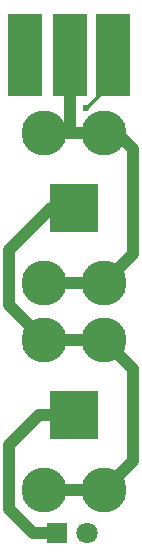
<source format=gbr>
G04 #@! TF.FileFunction,Copper,L1,Top,Signal*
%FSLAX46Y46*%
G04 Gerber Fmt 4.6, Leading zero omitted, Abs format (unit mm)*
G04 Created by KiCad (PCBNEW 4.0.1-stable) date 2017/10/27 20:03:41*
%MOMM*%
G01*
G04 APERTURE LIST*
%ADD10C,0.100000*%
%ADD11C,3.810000*%
%ADD12R,4.060000X4.060000*%
%ADD13R,1.800000X1.800000*%
%ADD14C,1.800000*%
%ADD15R,3.000000X7.000000*%
%ADD16C,0.600000*%
%ADD17C,1.000000*%
%ADD18C,0.250000*%
G04 APERTURE END LIST*
D10*
D11*
X152540000Y-64350000D03*
X147460000Y-64350000D03*
X147460000Y-51650000D03*
X152540000Y-51650000D03*
D12*
X150000000Y-58000000D03*
D11*
X152540000Y-81850000D03*
X147460000Y-81850000D03*
X147460000Y-69150000D03*
X152540000Y-69150000D03*
D12*
X150000000Y-75500000D03*
D13*
X148500000Y-85500000D03*
D14*
X151040000Y-85500000D03*
D15*
X153310000Y-45000000D03*
X149627000Y-45000000D03*
X145817000Y-45000000D03*
D16*
X151000000Y-49500000D03*
D17*
X147460000Y-64350000D02*
X152540000Y-64350000D01*
X152540000Y-64350000D02*
X155000000Y-61890000D01*
X155000000Y-61890000D02*
X155000000Y-53000000D01*
X155000000Y-53000000D02*
X153650000Y-51650000D01*
X153650000Y-51650000D02*
X152540000Y-51650000D01*
X149627000Y-45000000D02*
X149627000Y-51650000D01*
X149500000Y-51500000D02*
X149500000Y-51650000D01*
X149500000Y-51523000D02*
X149500000Y-51500000D01*
X149627000Y-51650000D02*
X149500000Y-51523000D01*
X152540000Y-51650000D02*
X149500000Y-51650000D01*
X149500000Y-51650000D02*
X147460000Y-51650000D01*
X152540000Y-69150000D02*
X147460000Y-69150000D01*
X147460000Y-81850000D02*
X152540000Y-81850000D01*
X152540000Y-81850000D02*
X155000000Y-79390000D01*
X155000000Y-79390000D02*
X155000000Y-71610000D01*
X155000000Y-71610000D02*
X152540000Y-69150000D01*
X150000000Y-58000000D02*
X148000000Y-58000000D01*
X148000000Y-58000000D02*
X144500000Y-61500000D01*
X144500000Y-66190000D02*
X147460000Y-69150000D01*
X144500000Y-61500000D02*
X144500000Y-66190000D01*
X148500000Y-85500000D02*
X146500000Y-85500000D01*
X147000000Y-75500000D02*
X150000000Y-75500000D01*
X144500000Y-78000000D02*
X147000000Y-75500000D01*
X144500000Y-83500000D02*
X144500000Y-78000000D01*
X146500000Y-85500000D02*
X144500000Y-83500000D01*
D18*
X153310000Y-45000000D02*
X153310000Y-47190000D01*
X153310000Y-47190000D02*
X151000000Y-49500000D01*
M02*

</source>
